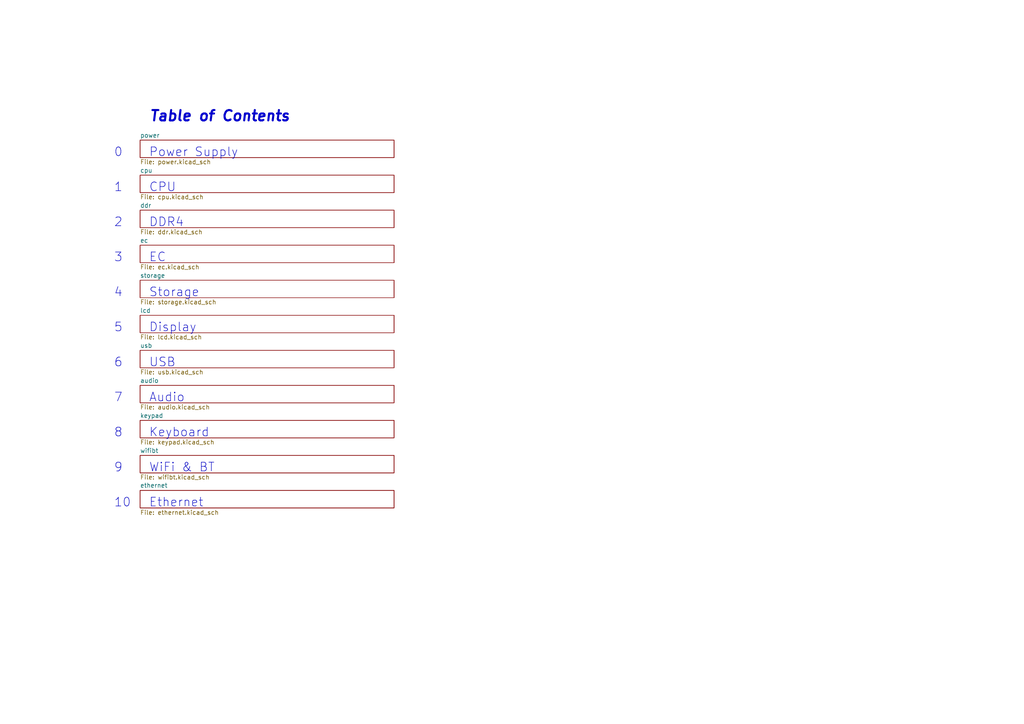
<source format=kicad_sch>
(kicad_sch (version 20210621) (generator eeschema)
  (paper "A4")
  (title_block (title "Lancer Mainboard") (date "2021-10-25") (rev "R0.1") (company "Copyright Modos 2021. / Engineer: Wenting Zhang") (comment 2 "MERCHANTABILITY, SATISFACTORY QUALITY AND FITNESS FOR A PARTICULAR PURPOSE.") (comment 3 "This source is distributed WITHOUT ANY EXPRESS OR IMPLIED WARRANTY, INCLUDING OF") (comment 4 "This source describes Open Hardware and is licensed under the CERN-OHL-S v2."))
  (lib_symbols)
  (text "0" (at 33.02 45.72 0) (effects (font (size 2.54 2.54)) (justify left bottom)))
  (text "1" (at 33.02 55.88 0) (effects (font (size 2.54 2.54)) (justify left bottom)))
  (text "2" (at 33.02 66.04 0) (effects (font (size 2.54 2.54)) (justify left bottom)))
  (text "3" (at 33.02 76.2 0) (effects (font (size 2.54 2.54)) (justify left bottom)))
  (text "4" (at 33.02 86.36 0) (effects (font (size 2.54 2.54)) (justify left bottom)))
  (text "5" (at 33.02 96.52 0) (effects (font (size 2.54 2.54)) (justify left bottom)))
  (text "6" (at 33.02 106.68 0) (effects (font (size 2.54 2.54)) (justify left bottom)))
  (text "7" (at 33.02 116.84 0) (effects (font (size 2.54 2.54)) (justify left bottom)))
  (text "8" (at 33.02 127 0) (effects (font (size 2.54 2.54)) (justify left bottom)))
  (text "9" (at 33.02 137.16 0) (effects (font (size 2.54 2.54)) (justify left bottom)))
  (text "10" (at 33.02 147.32 0) (effects (font (size 2.54 2.54)) (justify left bottom)))
  (text "Table of Contents" (at 43.18 35.56 0) (effects (font (size 2.9972 2.9972) (thickness 0.5994) bold italic) (justify left bottom)))
  (text "Power Supply" (at 43.18 45.72 0) (effects (font (size 2.54 2.54)) (justify left bottom)))
  (text "CPU" (at 43.18 55.88 0) (effects (font (size 2.54 2.54)) (justify left bottom)))
  (text "DDR4" (at 43.18 66.04 0) (effects (font (size 2.54 2.54)) (justify left bottom)))
  (text "EC" (at 43.18 76.2 0) (effects (font (size 2.54 2.54)) (justify left bottom)))
  (text "Storage" (at 43.18 86.36 0) (effects (font (size 2.54 2.54)) (justify left bottom)))
  (text "Display" (at 43.18 96.52 0) (effects (font (size 2.54 2.54)) (justify left bottom)))
  (text "USB" (at 43.18 106.68 0) (effects (font (size 2.54 2.54)) (justify left bottom)))
  (text "Audio" (at 43.18 116.84 0) (effects (font (size 2.54 2.54)) (justify left bottom)))
  (text "Keyboard" (at 43.18 127 0) (effects (font (size 2.54 2.54)) (justify left bottom)))
  (text "WiFi & BT" (at 43.18 137.16 0) (effects (font (size 2.54 2.54)) (justify left bottom)))
  (text "Ethernet" (at 43.18 147.32 0) (effects (font (size 2.54 2.54)) (justify left bottom)))
  (sheet (at 40.64 111.76) (size 73.66 5.08)
    (property "Sheet name" "audio" (at 40.64 111.1243 0) (effects (justify left bottom)))
    (property "Sheet file" "audio.kicad_sch" (at 40.64 117.3487 0) (effects (justify left top)))
  )
  (sheet (at 40.64 50.8) (size 73.66 5.08)
    (property "Sheet name" "cpu" (at 40.64 50.1645 0) (effects (justify left bottom)))
    (property "Sheet file" "cpu.kicad_sch" (at 40.64 56.3885 0) (effects (justify left top)))
  )
  (sheet (at 40.64 60.96) (size 73.66 5.08)
    (property "Sheet name" "ddr" (at 40.64 60.3245 0) (effects (justify left bottom)))
    (property "Sheet file" "ddr.kicad_sch" (at 40.64 66.5485 0) (effects (justify left top)))
  )
  (sheet (at 40.64 71.12) (size 73.66 5.08)
    (property "Sheet name" "ec" (at 40.64 70.4843 0) (effects (justify left bottom)))
    (property "Sheet file" "ec.kicad_sch" (at 40.64 76.7087 0) (effects (justify left top)))
  )
  (sheet (at 40.64 142.24) (size 73.66 5.08) (stroke (width 0.1524))
    (property "Sheet name" "ethernet" (at 40.64 141.5284 0) (effects (justify left bottom)))
    (property "Sheet file" "ethernet.kicad_sch" (at 40.64 147.9046 0) (effects (justify left top)))
  )
  (sheet (at 40.64 121.92) (size 73.66 5.08)
    (property "Sheet name" "keypad" (at 40.64 121.2845 0) (effects (justify left bottom)))
    (property "Sheet file" "keypad.kicad_sch" (at 40.64 127.5085 0) (effects (justify left top)))
  )
  (sheet (at 40.64 91.44) (size 73.66 5.08)
    (property "Sheet name" "lcd" (at 40.64 90.8045 0) (effects (justify left bottom)))
    (property "Sheet file" "lcd.kicad_sch" (at 40.64 97.0285 0) (effects (justify left top)))
  )
  (sheet (at 40.64 40.64) (size 73.66 5.08)
    (property "Sheet name" "power" (at 40.64 40.0045 0) (effects (justify left bottom)))
    (property "Sheet file" "power.kicad_sch" (at 40.64 46.2285 0) (effects (justify left top)))
  )
  (sheet (at 40.64 81.28) (size 73.66 5.08)
    (property "Sheet name" "storage" (at 40.64 80.6445 0) (effects (justify left bottom)))
    (property "Sheet file" "storage.kicad_sch" (at 40.64 86.8685 0) (effects (justify left top)))
  )
  (sheet (at 40.64 101.6) (size 73.66 5.08)
    (property "Sheet name" "usb" (at 40.64 100.9645 0) (effects (justify left bottom)))
    (property "Sheet file" "usb.kicad_sch" (at 40.64 107.1885 0) (effects (justify left top)))
  )
  (sheet (at 40.64 132.08) (size 73.66 5.08)
    (property "Sheet name" "wifibt" (at 40.64 131.4443 0) (effects (justify left bottom)))
    (property "Sheet file" "wifibt.kicad_sch" (at 40.64 137.6687 0) (effects (justify left top)))
  )
)
</source>
